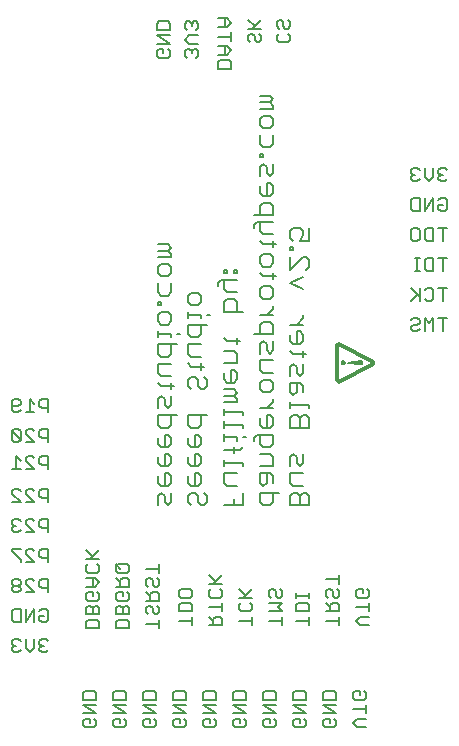
<source format=gbo>
G75*
G70*
%OFA0B0*%
%FSLAX24Y24*%
%IPPOS*%
%LPD*%
%AMOC8*
5,1,8,0,0,1.08239X$1,22.5*
%
%ADD10C,0.0060*%
%ADD11C,0.0080*%
%ADD12C,0.0050*%
%ADD13C,0.0120*%
D10*
X002312Y002881D02*
X002459Y002881D01*
X002532Y002955D01*
X002699Y003028D02*
X002699Y003322D01*
X002532Y003248D02*
X002459Y003322D01*
X002312Y003322D01*
X002239Y003248D01*
X002239Y003175D01*
X002312Y003101D01*
X002239Y003028D01*
X002239Y002955D01*
X002312Y002881D01*
X002312Y003101D02*
X002386Y003101D01*
X002699Y003028D02*
X002846Y002881D01*
X002993Y003028D01*
X002993Y003322D01*
X003159Y003248D02*
X003159Y003175D01*
X003233Y003101D01*
X003159Y003028D01*
X003159Y002955D01*
X003233Y002881D01*
X003380Y002881D01*
X003453Y002955D01*
X003306Y003101D02*
X003233Y003101D01*
X003159Y003248D02*
X003233Y003322D01*
X003380Y003322D01*
X003453Y003248D01*
X003380Y003881D02*
X003233Y003881D01*
X003159Y003955D01*
X003159Y004101D01*
X003306Y004101D01*
X003453Y004248D02*
X003453Y003955D01*
X003380Y003881D01*
X003453Y004248D02*
X003380Y004322D01*
X003233Y004322D01*
X003159Y004248D01*
X002993Y004322D02*
X002993Y003881D01*
X002699Y003881D02*
X002993Y004322D01*
X002699Y004322D02*
X002699Y003881D01*
X002532Y003881D02*
X002532Y004322D01*
X002312Y004322D01*
X002239Y004248D01*
X002239Y003955D01*
X002312Y003881D01*
X002532Y003881D01*
X002459Y004881D02*
X002312Y004881D01*
X002239Y004955D01*
X002239Y005028D01*
X002312Y005101D01*
X002459Y005101D01*
X002532Y005175D01*
X002532Y005248D01*
X002459Y005322D01*
X002312Y005322D01*
X002239Y005248D01*
X002239Y005175D01*
X002312Y005101D01*
X002459Y005101D02*
X002532Y005028D01*
X002532Y004955D01*
X002459Y004881D01*
X002699Y004881D02*
X002993Y004881D01*
X002699Y005175D01*
X002699Y005248D01*
X002772Y005322D01*
X002919Y005322D01*
X002993Y005248D01*
X003159Y005248D02*
X003159Y005101D01*
X003233Y005028D01*
X003453Y005028D01*
X003453Y004881D02*
X003453Y005322D01*
X003233Y005322D01*
X003159Y005248D01*
X002993Y005881D02*
X002699Y006175D01*
X002699Y006248D01*
X002772Y006322D01*
X002919Y006322D01*
X002993Y006248D01*
X003159Y006248D02*
X003159Y006101D01*
X003233Y006028D01*
X003453Y006028D01*
X003453Y005881D02*
X003453Y006322D01*
X003233Y006322D01*
X003159Y006248D01*
X002993Y005881D02*
X002699Y005881D01*
X002532Y005881D02*
X002532Y005955D01*
X002239Y006248D01*
X002239Y006322D01*
X002532Y006322D01*
X002459Y006881D02*
X002312Y006881D01*
X002239Y006955D01*
X002239Y007028D01*
X002312Y007101D01*
X002386Y007101D01*
X002312Y007101D02*
X002239Y007175D01*
X002239Y007248D01*
X002312Y007322D01*
X002459Y007322D01*
X002532Y007248D01*
X002699Y007248D02*
X002699Y007175D01*
X002993Y006881D01*
X002699Y006881D01*
X002532Y006955D02*
X002459Y006881D01*
X002699Y007248D02*
X002772Y007322D01*
X002919Y007322D01*
X002993Y007248D01*
X003159Y007248D02*
X003159Y007101D01*
X003233Y007028D01*
X003453Y007028D01*
X003453Y006881D02*
X003453Y007322D01*
X003233Y007322D01*
X003159Y007248D01*
X002993Y007881D02*
X002699Y008175D01*
X002699Y008248D01*
X002772Y008322D01*
X002919Y008322D01*
X002993Y008248D01*
X003159Y008248D02*
X003233Y008322D01*
X003453Y008322D01*
X003453Y007881D01*
X003453Y008028D02*
X003233Y008028D01*
X003159Y008101D01*
X003159Y008248D01*
X002993Y007881D02*
X002699Y007881D01*
X002532Y007881D02*
X002239Y008175D01*
X002239Y008248D01*
X002312Y008322D01*
X002459Y008322D01*
X002532Y008248D01*
X002532Y007881D02*
X002239Y007881D01*
X002239Y008981D02*
X002532Y008981D01*
X002386Y008981D02*
X002386Y009422D01*
X002532Y009275D01*
X002699Y009275D02*
X002699Y009348D01*
X002772Y009422D01*
X002919Y009422D01*
X002993Y009348D01*
X003159Y009348D02*
X003159Y009201D01*
X003233Y009128D01*
X003453Y009128D01*
X003453Y008981D02*
X003453Y009422D01*
X003233Y009422D01*
X003159Y009348D01*
X002993Y008981D02*
X002699Y009275D01*
X002699Y008981D02*
X002993Y008981D01*
X002993Y009881D02*
X002699Y009881D01*
X002532Y009955D02*
X002532Y010248D01*
X002459Y010322D01*
X002312Y010322D01*
X002239Y010248D01*
X002532Y009955D01*
X002459Y009881D01*
X002312Y009881D01*
X002239Y009955D01*
X002239Y010248D01*
X002699Y010248D02*
X002772Y010322D01*
X002919Y010322D01*
X002993Y010248D01*
X003159Y010248D02*
X003233Y010322D01*
X003453Y010322D01*
X003453Y009881D01*
X003453Y010028D02*
X003233Y010028D01*
X003159Y010101D01*
X003159Y010248D01*
X002993Y009881D02*
X002699Y010175D01*
X002699Y010248D01*
X002699Y010881D02*
X002993Y010881D01*
X002846Y010881D02*
X002846Y011322D01*
X002993Y011175D01*
X003159Y011248D02*
X003159Y011101D01*
X003233Y011028D01*
X003453Y011028D01*
X003453Y010881D02*
X003453Y011322D01*
X003233Y011322D01*
X003159Y011248D01*
X002532Y011248D02*
X002532Y011175D01*
X002459Y011101D01*
X002239Y011101D01*
X002239Y010955D02*
X002239Y011248D01*
X002312Y011322D01*
X002459Y011322D01*
X002532Y011248D01*
X002532Y010955D02*
X002459Y010881D01*
X002312Y010881D01*
X002239Y010955D01*
X004713Y006277D02*
X004933Y006056D01*
X004860Y005983D02*
X005153Y006277D01*
X005153Y005983D02*
X004713Y005983D01*
X004786Y005816D02*
X004713Y005743D01*
X004713Y005596D01*
X004786Y005523D01*
X005080Y005523D01*
X005153Y005596D01*
X005153Y005743D01*
X005080Y005816D01*
X005007Y005356D02*
X004713Y005356D01*
X004933Y005356D02*
X004933Y005062D01*
X005007Y005062D02*
X005153Y005209D01*
X005007Y005356D01*
X005007Y005062D02*
X004713Y005062D01*
X004786Y004895D02*
X004933Y004895D01*
X004933Y004749D01*
X004786Y004895D02*
X004713Y004822D01*
X004713Y004675D01*
X004786Y004602D01*
X005080Y004602D01*
X005153Y004675D01*
X005153Y004822D01*
X005080Y004895D01*
X005080Y004435D02*
X005007Y004435D01*
X004933Y004362D01*
X004933Y004142D01*
X004933Y004362D02*
X004860Y004435D01*
X004786Y004435D01*
X004713Y004362D01*
X004713Y004142D01*
X005153Y004142D01*
X005153Y004362D01*
X005080Y004435D01*
X005080Y003975D02*
X004786Y003975D01*
X004713Y003901D01*
X004713Y003681D01*
X005153Y003681D01*
X005153Y003901D01*
X005080Y003975D01*
X005713Y003901D02*
X005713Y003681D01*
X006153Y003681D01*
X006153Y003901D01*
X006080Y003975D01*
X005786Y003975D01*
X005713Y003901D01*
X005713Y004142D02*
X005713Y004362D01*
X005786Y004435D01*
X005860Y004435D01*
X005933Y004362D01*
X005933Y004142D01*
X005933Y004362D02*
X006007Y004435D01*
X006080Y004435D01*
X006153Y004362D01*
X006153Y004142D01*
X005713Y004142D01*
X005786Y004602D02*
X005713Y004675D01*
X005713Y004822D01*
X005786Y004895D01*
X005933Y004895D01*
X005933Y004749D01*
X006080Y004895D02*
X006153Y004822D01*
X006153Y004675D01*
X006080Y004602D01*
X005786Y004602D01*
X005713Y005062D02*
X006153Y005062D01*
X006153Y005282D01*
X006080Y005356D01*
X005933Y005356D01*
X005860Y005282D01*
X005860Y005062D01*
X005860Y005209D02*
X005713Y005356D01*
X005786Y005523D02*
X005713Y005596D01*
X005713Y005743D01*
X005786Y005816D01*
X006080Y005816D01*
X006153Y005743D01*
X006153Y005596D01*
X006080Y005523D01*
X005786Y005523D01*
X005860Y005669D02*
X005713Y005816D01*
X006713Y005669D02*
X007153Y005669D01*
X007153Y005523D02*
X007153Y005816D01*
X007080Y005356D02*
X007153Y005282D01*
X007153Y005136D01*
X007080Y005062D01*
X007007Y005062D01*
X006933Y005136D01*
X006933Y005282D01*
X006860Y005356D01*
X006786Y005356D01*
X006713Y005282D01*
X006713Y005136D01*
X006786Y005062D01*
X006713Y004895D02*
X006860Y004749D01*
X006860Y004822D02*
X006860Y004602D01*
X006713Y004602D02*
X007153Y004602D01*
X007153Y004822D01*
X007080Y004895D01*
X006933Y004895D01*
X006860Y004822D01*
X006860Y004435D02*
X006786Y004435D01*
X006713Y004362D01*
X006713Y004215D01*
X006786Y004142D01*
X006933Y004215D02*
X006933Y004362D01*
X006860Y004435D01*
X007080Y004435D02*
X007153Y004362D01*
X007153Y004215D01*
X007080Y004142D01*
X007007Y004142D01*
X006933Y004215D01*
X007153Y003975D02*
X007153Y003681D01*
X007153Y003828D02*
X006713Y003828D01*
X007813Y003928D02*
X008253Y003928D01*
X008253Y003781D02*
X008253Y004075D01*
X008253Y004242D02*
X008253Y004462D01*
X008180Y004535D01*
X007886Y004535D01*
X007813Y004462D01*
X007813Y004242D01*
X008253Y004242D01*
X008180Y004702D02*
X007886Y004702D01*
X007813Y004775D01*
X007813Y004922D01*
X007886Y004995D01*
X008180Y004995D01*
X008253Y004922D01*
X008253Y004775D01*
X008180Y004702D01*
X008813Y004775D02*
X008813Y004922D01*
X008886Y004995D01*
X008813Y005162D02*
X009253Y005162D01*
X009180Y004995D02*
X009253Y004922D01*
X009253Y004775D01*
X009180Y004702D01*
X008886Y004702D01*
X008813Y004775D01*
X008813Y004388D02*
X009253Y004388D01*
X009253Y004242D02*
X009253Y004535D01*
X009180Y004075D02*
X009033Y004075D01*
X008960Y004001D01*
X008960Y003781D01*
X008960Y003928D02*
X008813Y004075D01*
X008813Y003781D02*
X009253Y003781D01*
X009253Y004001D01*
X009180Y004075D01*
X009813Y003928D02*
X010253Y003928D01*
X010253Y003781D02*
X010253Y004075D01*
X010180Y004242D02*
X009886Y004242D01*
X009813Y004315D01*
X009813Y004462D01*
X009886Y004535D01*
X009813Y004702D02*
X010253Y004702D01*
X010180Y004535D02*
X010253Y004462D01*
X010253Y004315D01*
X010180Y004242D01*
X009960Y004702D02*
X010253Y004995D01*
X010033Y004775D02*
X009813Y004995D01*
X009253Y005456D02*
X008960Y005162D01*
X009033Y005236D02*
X008813Y005456D01*
X010813Y004922D02*
X010813Y004775D01*
X010886Y004702D01*
X011033Y004775D02*
X011033Y004922D01*
X010960Y004995D01*
X010886Y004995D01*
X010813Y004922D01*
X011033Y004775D02*
X011107Y004702D01*
X011180Y004702D01*
X011253Y004775D01*
X011253Y004922D01*
X011180Y004995D01*
X011253Y004535D02*
X010813Y004535D01*
X010813Y004242D02*
X011253Y004242D01*
X011107Y004388D01*
X011253Y004535D01*
X011253Y004075D02*
X011253Y003781D01*
X011253Y003928D02*
X010813Y003928D01*
X011713Y003928D02*
X012153Y003928D01*
X012153Y003781D02*
X012153Y004075D01*
X012153Y004242D02*
X012153Y004462D01*
X012080Y004535D01*
X011786Y004535D01*
X011713Y004462D01*
X011713Y004242D01*
X012153Y004242D01*
X012153Y004702D02*
X012153Y004849D01*
X012153Y004775D02*
X011713Y004775D01*
X011713Y004702D02*
X011713Y004849D01*
X012713Y004922D02*
X012713Y004775D01*
X012786Y004702D01*
X012933Y004775D02*
X012933Y004922D01*
X012860Y004995D01*
X012786Y004995D01*
X012713Y004922D01*
X012933Y004775D02*
X013007Y004702D01*
X013080Y004702D01*
X013153Y004775D01*
X013153Y004922D01*
X013080Y004995D01*
X013153Y005162D02*
X013153Y005456D01*
X013153Y005309D02*
X012713Y005309D01*
X012713Y004535D02*
X012860Y004388D01*
X012860Y004462D02*
X012860Y004242D01*
X012713Y004242D02*
X013153Y004242D01*
X013153Y004462D01*
X013080Y004535D01*
X012933Y004535D01*
X012860Y004462D01*
X013153Y004075D02*
X013153Y003781D01*
X013153Y003928D02*
X012713Y003928D01*
X013713Y003928D02*
X013860Y004075D01*
X014153Y004075D01*
X014153Y004242D02*
X014153Y004535D01*
X014153Y004388D02*
X013713Y004388D01*
X013786Y004702D02*
X013713Y004775D01*
X013713Y004922D01*
X013786Y004995D01*
X013933Y004995D01*
X013933Y004849D01*
X014080Y004995D02*
X014153Y004922D01*
X014153Y004775D01*
X014080Y004702D01*
X013786Y004702D01*
X013713Y003928D02*
X013860Y003781D01*
X014153Y003781D01*
X013980Y001595D02*
X014053Y001522D01*
X014053Y001375D01*
X013980Y001302D01*
X013686Y001302D01*
X013613Y001375D01*
X013613Y001522D01*
X013686Y001595D01*
X013833Y001595D01*
X013833Y001449D01*
X014053Y001135D02*
X014053Y000842D01*
X014053Y000988D02*
X013613Y000988D01*
X013760Y000675D02*
X013613Y000528D01*
X013760Y000381D01*
X014053Y000381D01*
X014053Y000675D02*
X013760Y000675D01*
X013053Y000601D02*
X013053Y000455D01*
X012980Y000381D01*
X012686Y000381D01*
X012613Y000455D01*
X012613Y000601D01*
X012686Y000675D01*
X012833Y000675D01*
X012833Y000528D01*
X012980Y000675D02*
X013053Y000601D01*
X013053Y000842D02*
X012613Y001135D01*
X013053Y001135D01*
X013053Y001302D02*
X013053Y001522D01*
X012980Y001595D01*
X012686Y001595D01*
X012613Y001522D01*
X012613Y001302D01*
X013053Y001302D01*
X013053Y000842D02*
X012613Y000842D01*
X012053Y000842D02*
X011613Y001135D01*
X012053Y001135D01*
X012053Y001302D02*
X012053Y001522D01*
X011980Y001595D01*
X011686Y001595D01*
X011613Y001522D01*
X011613Y001302D01*
X012053Y001302D01*
X012053Y000842D02*
X011613Y000842D01*
X011686Y000675D02*
X011613Y000601D01*
X011613Y000455D01*
X011686Y000381D01*
X011980Y000381D01*
X012053Y000455D01*
X012053Y000601D01*
X011980Y000675D01*
X011833Y000675D02*
X011833Y000528D01*
X011833Y000675D02*
X011686Y000675D01*
X011053Y000601D02*
X011053Y000455D01*
X010980Y000381D01*
X010686Y000381D01*
X010613Y000455D01*
X010613Y000601D01*
X010686Y000675D01*
X010833Y000675D01*
X010833Y000528D01*
X010980Y000675D02*
X011053Y000601D01*
X011053Y000842D02*
X010613Y001135D01*
X011053Y001135D01*
X011053Y001302D02*
X011053Y001522D01*
X010980Y001595D01*
X010686Y001595D01*
X010613Y001522D01*
X010613Y001302D01*
X011053Y001302D01*
X011053Y000842D02*
X010613Y000842D01*
X010053Y000842D02*
X009613Y001135D01*
X010053Y001135D01*
X010053Y001302D02*
X010053Y001522D01*
X009980Y001595D01*
X009686Y001595D01*
X009613Y001522D01*
X009613Y001302D01*
X010053Y001302D01*
X010053Y000842D02*
X009613Y000842D01*
X009686Y000675D02*
X009613Y000601D01*
X009613Y000455D01*
X009686Y000381D01*
X009980Y000381D01*
X010053Y000455D01*
X010053Y000601D01*
X009980Y000675D01*
X009833Y000675D02*
X009833Y000528D01*
X009833Y000675D02*
X009686Y000675D01*
X009053Y000601D02*
X009053Y000455D01*
X008980Y000381D01*
X008686Y000381D01*
X008613Y000455D01*
X008613Y000601D01*
X008686Y000675D01*
X008833Y000675D01*
X008833Y000528D01*
X008980Y000675D02*
X009053Y000601D01*
X009053Y000842D02*
X008613Y001135D01*
X009053Y001135D01*
X009053Y001302D02*
X009053Y001522D01*
X008980Y001595D01*
X008686Y001595D01*
X008613Y001522D01*
X008613Y001302D01*
X009053Y001302D01*
X009053Y000842D02*
X008613Y000842D01*
X008053Y000842D02*
X007613Y001135D01*
X008053Y001135D01*
X008053Y001302D02*
X008053Y001522D01*
X007980Y001595D01*
X007686Y001595D01*
X007613Y001522D01*
X007613Y001302D01*
X008053Y001302D01*
X008053Y000842D02*
X007613Y000842D01*
X007686Y000675D02*
X007833Y000675D01*
X007833Y000528D01*
X007686Y000675D02*
X007613Y000601D01*
X007613Y000455D01*
X007686Y000381D01*
X007980Y000381D01*
X008053Y000455D01*
X008053Y000601D01*
X007980Y000675D01*
X007053Y000601D02*
X007053Y000455D01*
X006980Y000381D01*
X006686Y000381D01*
X006613Y000455D01*
X006613Y000601D01*
X006686Y000675D01*
X006833Y000675D01*
X006833Y000528D01*
X006980Y000675D02*
X007053Y000601D01*
X007053Y000842D02*
X006613Y001135D01*
X007053Y001135D01*
X007053Y001302D02*
X007053Y001522D01*
X006980Y001595D01*
X006686Y001595D01*
X006613Y001522D01*
X006613Y001302D01*
X007053Y001302D01*
X007053Y000842D02*
X006613Y000842D01*
X006053Y000842D02*
X005613Y001135D01*
X006053Y001135D01*
X006053Y001302D02*
X006053Y001522D01*
X005980Y001595D01*
X005686Y001595D01*
X005613Y001522D01*
X005613Y001302D01*
X006053Y001302D01*
X006053Y000842D02*
X005613Y000842D01*
X005686Y000675D02*
X005833Y000675D01*
X005833Y000528D01*
X005686Y000675D02*
X005613Y000601D01*
X005613Y000455D01*
X005686Y000381D01*
X005980Y000381D01*
X006053Y000455D01*
X006053Y000601D01*
X005980Y000675D01*
X005053Y000601D02*
X005053Y000455D01*
X004980Y000381D01*
X004686Y000381D01*
X004613Y000455D01*
X004613Y000601D01*
X004686Y000675D01*
X004833Y000675D01*
X004833Y000528D01*
X004980Y000675D02*
X005053Y000601D01*
X005053Y000842D02*
X004613Y001135D01*
X005053Y001135D01*
X005053Y001302D02*
X005053Y001522D01*
X004980Y001595D01*
X004686Y001595D01*
X004613Y001522D01*
X004613Y001302D01*
X005053Y001302D01*
X005053Y000842D02*
X004613Y000842D01*
X015612Y013581D02*
X015539Y013655D01*
X015539Y013728D01*
X015612Y013801D01*
X015759Y013801D01*
X015832Y013875D01*
X015832Y013948D01*
X015759Y014022D01*
X015612Y014022D01*
X015539Y013948D01*
X015612Y013581D02*
X015759Y013581D01*
X015832Y013655D01*
X015999Y013581D02*
X015999Y014022D01*
X016146Y013875D01*
X016293Y014022D01*
X016293Y013581D01*
X016606Y013581D02*
X016606Y014022D01*
X016753Y014022D02*
X016459Y014022D01*
X016606Y014581D02*
X016606Y015022D01*
X016753Y015022D02*
X016459Y015022D01*
X016293Y014948D02*
X016293Y014655D01*
X016219Y014581D01*
X016072Y014581D01*
X015999Y014655D01*
X015832Y014728D02*
X015539Y015022D01*
X015832Y015022D02*
X015832Y014581D01*
X015759Y014801D02*
X015539Y014581D01*
X015999Y014948D02*
X016072Y015022D01*
X016219Y015022D01*
X016293Y014948D01*
X016293Y015581D02*
X016072Y015581D01*
X015999Y015655D01*
X015999Y015948D01*
X016072Y016022D01*
X016293Y016022D01*
X016293Y015581D01*
X016606Y015581D02*
X016606Y016022D01*
X016753Y016022D02*
X016459Y016022D01*
X016606Y016581D02*
X016606Y017022D01*
X016753Y017022D02*
X016459Y017022D01*
X016293Y017022D02*
X016293Y016581D01*
X016072Y016581D01*
X015999Y016655D01*
X015999Y016948D01*
X016072Y017022D01*
X016293Y017022D01*
X015832Y016948D02*
X015832Y016655D01*
X015759Y016581D01*
X015612Y016581D01*
X015539Y016655D01*
X015539Y016948D01*
X015612Y017022D01*
X015759Y017022D01*
X015832Y016948D01*
X015832Y017581D02*
X015612Y017581D01*
X015539Y017655D01*
X015539Y017948D01*
X015612Y018022D01*
X015832Y018022D01*
X015832Y017581D01*
X015999Y017581D02*
X015999Y018022D01*
X016293Y018022D02*
X015999Y017581D01*
X016293Y017581D02*
X016293Y018022D01*
X016459Y017948D02*
X016533Y018022D01*
X016680Y018022D01*
X016753Y017948D01*
X016753Y017655D01*
X016680Y017581D01*
X016533Y017581D01*
X016459Y017655D01*
X016459Y017801D01*
X016606Y017801D01*
X016533Y018581D02*
X016459Y018655D01*
X016459Y018728D01*
X016533Y018801D01*
X016606Y018801D01*
X016533Y018801D02*
X016459Y018875D01*
X016459Y018948D01*
X016533Y019022D01*
X016680Y019022D01*
X016753Y018948D01*
X016753Y018655D02*
X016680Y018581D01*
X016533Y018581D01*
X016293Y018728D02*
X016146Y018581D01*
X015999Y018728D01*
X015999Y019022D01*
X015832Y018948D02*
X015759Y019022D01*
X015612Y019022D01*
X015539Y018948D01*
X015539Y018875D01*
X015612Y018801D01*
X015539Y018728D01*
X015539Y018655D01*
X015612Y018581D01*
X015759Y018581D01*
X015832Y018655D01*
X015686Y018801D02*
X015612Y018801D01*
X016293Y018728D02*
X016293Y019022D01*
X015832Y016022D02*
X015686Y016022D01*
X015759Y016022D02*
X015759Y015581D01*
X015832Y015581D02*
X015686Y015581D01*
X011430Y023210D02*
X011136Y023210D01*
X011063Y023284D01*
X011063Y023431D01*
X011136Y023504D01*
X011136Y023671D02*
X011063Y023744D01*
X011063Y023891D01*
X011136Y023964D01*
X011210Y023964D01*
X011283Y023891D01*
X011283Y023744D01*
X011357Y023671D01*
X011430Y023671D01*
X011503Y023744D01*
X011503Y023891D01*
X011430Y023964D01*
X011430Y023504D02*
X011503Y023431D01*
X011503Y023284D01*
X011430Y023210D01*
X010553Y023284D02*
X010480Y023210D01*
X010407Y023210D01*
X010333Y023284D01*
X010333Y023431D01*
X010260Y023504D01*
X010186Y023504D01*
X010113Y023431D01*
X010113Y023284D01*
X010186Y023210D01*
X010553Y023284D02*
X010553Y023431D01*
X010480Y023504D01*
X010553Y023671D02*
X010113Y023671D01*
X010260Y023671D02*
X010553Y023964D01*
X010333Y023744D02*
X010113Y023964D01*
X009553Y023867D02*
X009407Y024014D01*
X009113Y024014D01*
X009333Y024014D02*
X009333Y023721D01*
X009407Y023721D02*
X009553Y023867D01*
X009407Y023721D02*
X009113Y023721D01*
X009113Y023407D02*
X009553Y023407D01*
X009553Y023260D02*
X009553Y023554D01*
X009407Y023094D02*
X009113Y023094D01*
X009333Y023094D02*
X009333Y022800D01*
X009407Y022800D02*
X009553Y022947D01*
X009407Y023094D01*
X009407Y022800D02*
X009113Y022800D01*
X009186Y022633D02*
X009480Y022633D01*
X009553Y022560D01*
X009553Y022340D01*
X009113Y022340D01*
X009113Y022560D01*
X009186Y022633D01*
X008453Y022773D02*
X008380Y022700D01*
X008453Y022773D02*
X008453Y022920D01*
X008380Y022994D01*
X008307Y022994D01*
X008233Y022920D01*
X008160Y022994D01*
X008086Y022994D01*
X008013Y022920D01*
X008013Y022773D01*
X008086Y022700D01*
X008233Y022847D02*
X008233Y022920D01*
X008160Y023160D02*
X008013Y023307D01*
X008160Y023454D01*
X008453Y023454D01*
X008380Y023621D02*
X008453Y023694D01*
X008453Y023841D01*
X008380Y023914D01*
X008307Y023914D01*
X008233Y023841D01*
X008160Y023914D01*
X008086Y023914D01*
X008013Y023841D01*
X008013Y023694D01*
X008086Y023621D01*
X008233Y023768D02*
X008233Y023841D01*
X008160Y023160D02*
X008453Y023160D01*
X007503Y023160D02*
X007063Y023454D01*
X007503Y023454D01*
X007503Y023621D02*
X007503Y023841D01*
X007430Y023914D01*
X007136Y023914D01*
X007063Y023841D01*
X007063Y023621D01*
X007503Y023621D01*
X007503Y023160D02*
X007063Y023160D01*
X007136Y022994D02*
X007283Y022994D01*
X007283Y022847D01*
X007136Y022994D02*
X007063Y022920D01*
X007063Y022773D01*
X007136Y022700D01*
X007430Y022700D01*
X007503Y022773D01*
X007503Y022920D01*
X007430Y022994D01*
D11*
X010523Y021418D02*
X010833Y021418D01*
X010937Y021314D01*
X010833Y021211D01*
X010523Y021211D01*
X010523Y021004D02*
X010937Y021004D01*
X010937Y021107D01*
X010833Y021211D01*
X010833Y020773D02*
X010626Y020773D01*
X010523Y020670D01*
X010523Y020463D01*
X010626Y020359D01*
X010833Y020359D01*
X010937Y020463D01*
X010937Y020670D01*
X010833Y020773D01*
X010937Y020129D02*
X010937Y019818D01*
X010833Y019715D01*
X010626Y019715D01*
X010523Y019818D01*
X010523Y020129D01*
X010523Y019496D02*
X010523Y019393D01*
X010626Y019393D01*
X010626Y019496D01*
X010523Y019496D01*
X010626Y019162D02*
X010730Y019058D01*
X010730Y018851D01*
X010833Y018748D01*
X010937Y018851D01*
X010937Y019162D01*
X010626Y019162D02*
X010523Y019058D01*
X010523Y018748D01*
X010730Y018517D02*
X010730Y018104D01*
X010833Y018104D02*
X010626Y018104D01*
X010523Y018207D01*
X010523Y018414D01*
X010730Y018517D02*
X010833Y018517D01*
X010937Y018414D01*
X010937Y018207D01*
X010833Y018104D01*
X010833Y017873D02*
X010626Y017873D01*
X010523Y017769D01*
X010523Y017459D01*
X010316Y017459D02*
X010937Y017459D01*
X010937Y017769D01*
X010833Y017873D01*
X010937Y017228D02*
X010420Y017228D01*
X010316Y017125D01*
X010316Y017021D01*
X010523Y016918D02*
X010523Y017228D01*
X010523Y016918D02*
X010626Y016815D01*
X010937Y016815D01*
X010937Y016592D02*
X010937Y016385D01*
X011040Y016488D02*
X010626Y016488D01*
X010523Y016592D01*
X010626Y016154D02*
X010523Y016051D01*
X010523Y015844D01*
X010626Y015740D01*
X010833Y015740D01*
X010937Y015844D01*
X010937Y016051D01*
X010833Y016154D01*
X010626Y016154D01*
X010523Y015517D02*
X010626Y015414D01*
X011040Y015414D01*
X010937Y015311D02*
X010937Y015517D01*
X010833Y015080D02*
X010626Y015080D01*
X010523Y014976D01*
X010523Y014769D01*
X010626Y014666D01*
X010833Y014666D01*
X010937Y014769D01*
X010937Y014976D01*
X010833Y015080D01*
X010937Y014439D02*
X010937Y014336D01*
X010730Y014129D01*
X010523Y014129D02*
X010937Y014129D01*
X010833Y013898D02*
X010626Y013898D01*
X010523Y013795D01*
X010523Y013484D01*
X010316Y013484D02*
X010937Y013484D01*
X010937Y013795D01*
X010833Y013898D01*
X010937Y013254D02*
X010937Y012943D01*
X010833Y012840D01*
X010730Y012943D01*
X010730Y013150D01*
X010626Y013254D01*
X010523Y013150D01*
X010523Y012840D01*
X010523Y012609D02*
X010937Y012609D01*
X010937Y012195D02*
X010626Y012195D01*
X010523Y012299D01*
X010523Y012609D01*
X010626Y011965D02*
X010833Y011965D01*
X010937Y011861D01*
X010937Y011654D01*
X010833Y011551D01*
X010626Y011551D01*
X010523Y011654D01*
X010523Y011861D01*
X010626Y011965D01*
X010937Y011324D02*
X010937Y011221D01*
X010730Y011014D01*
X010523Y011014D02*
X010937Y011014D01*
X010833Y010783D02*
X010730Y010783D01*
X010730Y010369D01*
X010833Y010369D02*
X010626Y010369D01*
X010523Y010473D01*
X010523Y010680D01*
X010833Y010783D02*
X010937Y010680D01*
X010937Y010473D01*
X010833Y010369D01*
X010937Y010138D02*
X010937Y009828D01*
X010833Y009725D01*
X010626Y009725D01*
X010523Y009828D01*
X010523Y010138D01*
X010420Y010138D02*
X010937Y010138D01*
X010420Y010138D02*
X010316Y010035D01*
X010316Y009932D01*
X010047Y010043D02*
X009944Y010043D01*
X009737Y010043D02*
X009323Y010043D01*
X009323Y009940D02*
X009323Y010146D01*
X009323Y010369D02*
X009323Y010576D01*
X009323Y010473D02*
X009944Y010473D01*
X009944Y010369D01*
X009944Y010799D02*
X009944Y010902D01*
X009323Y010902D01*
X009323Y010799D02*
X009323Y011006D01*
X009323Y011229D02*
X009737Y011229D01*
X009737Y011332D01*
X009633Y011435D01*
X009737Y011539D01*
X009633Y011642D01*
X009323Y011642D01*
X009323Y011435D02*
X009633Y011435D01*
X009633Y011873D02*
X009426Y011873D01*
X009323Y011977D01*
X009323Y012183D01*
X009530Y012287D02*
X009530Y011873D01*
X009633Y011873D02*
X009737Y011977D01*
X009737Y012183D01*
X009633Y012287D01*
X009530Y012287D01*
X009323Y012518D02*
X009737Y012518D01*
X009737Y012828D01*
X009633Y012931D01*
X009323Y012931D01*
X009426Y013266D02*
X009323Y013369D01*
X009426Y013266D02*
X009840Y013266D01*
X009737Y013369D02*
X009737Y013162D01*
X009737Y014236D02*
X009737Y014547D01*
X009633Y014650D01*
X009426Y014650D01*
X009323Y014547D01*
X009323Y014236D01*
X009944Y014236D01*
X009737Y014881D02*
X009426Y014881D01*
X009323Y014984D01*
X009323Y015295D01*
X009220Y015295D02*
X009116Y015191D01*
X009116Y015088D01*
X009220Y015295D02*
X009737Y015295D01*
X009737Y015526D02*
X009633Y015526D01*
X009633Y015629D01*
X009737Y015629D01*
X009737Y015526D01*
X009426Y015526D02*
X009323Y015526D01*
X009323Y015629D01*
X009426Y015629D01*
X009426Y015526D01*
X008537Y014762D02*
X008537Y014555D01*
X008433Y014451D01*
X008226Y014451D01*
X008123Y014555D01*
X008123Y014762D01*
X008226Y014865D01*
X008433Y014865D01*
X008537Y014762D01*
X008537Y014125D02*
X008123Y014125D01*
X008123Y014022D02*
X008123Y014228D01*
X008123Y013791D02*
X008123Y013480D01*
X008226Y013377D01*
X008433Y013377D01*
X008537Y013480D01*
X008537Y013791D01*
X008744Y013791D02*
X008123Y013791D01*
X007847Y013480D02*
X007744Y013480D01*
X007537Y013480D02*
X007537Y013377D01*
X007537Y013480D02*
X007123Y013480D01*
X007123Y013377D02*
X007123Y013584D01*
X007226Y013807D02*
X007123Y013910D01*
X007123Y014117D01*
X007226Y014220D01*
X007433Y014220D01*
X007537Y014117D01*
X007537Y013910D01*
X007433Y013807D01*
X007226Y013807D01*
X007226Y014451D02*
X007226Y014555D01*
X007123Y014555D01*
X007123Y014451D01*
X007226Y014451D01*
X007226Y014774D02*
X007123Y014877D01*
X007123Y015187D01*
X007226Y015418D02*
X007123Y015521D01*
X007123Y015728D01*
X007226Y015832D01*
X007433Y015832D01*
X007537Y015728D01*
X007537Y015521D01*
X007433Y015418D01*
X007226Y015418D01*
X007537Y015187D02*
X007537Y014877D01*
X007433Y014774D01*
X007226Y014774D01*
X007123Y016063D02*
X007537Y016063D01*
X007537Y016166D01*
X007433Y016269D01*
X007537Y016373D01*
X007433Y016476D01*
X007123Y016476D01*
X007123Y016269D02*
X007433Y016269D01*
X008537Y014125D02*
X008537Y014022D01*
X008744Y014125D02*
X008847Y014125D01*
X008537Y013146D02*
X008123Y013146D01*
X008123Y012836D01*
X008226Y012733D01*
X008537Y012733D01*
X008537Y012510D02*
X008537Y012303D01*
X008640Y012406D02*
X008226Y012406D01*
X008123Y012510D01*
X008226Y012072D02*
X008123Y011969D01*
X008123Y011762D01*
X008226Y011658D01*
X008433Y011762D02*
X008433Y011969D01*
X008330Y012072D01*
X008226Y012072D01*
X008433Y011762D02*
X008537Y011658D01*
X008640Y011658D01*
X008744Y011762D01*
X008744Y011969D01*
X008640Y012072D01*
X007640Y011762D02*
X007226Y011762D01*
X007123Y011865D01*
X007226Y012088D02*
X007123Y012191D01*
X007123Y012502D01*
X007537Y012502D01*
X007433Y012733D02*
X007537Y012836D01*
X007537Y013146D01*
X007744Y013146D02*
X007123Y013146D01*
X007123Y012836D01*
X007226Y012733D01*
X007433Y012733D01*
X007537Y012088D02*
X007226Y012088D01*
X007537Y011865D02*
X007537Y011658D01*
X007537Y011427D02*
X007537Y011117D01*
X007433Y011014D01*
X007330Y011117D01*
X007330Y011324D01*
X007226Y011427D01*
X007123Y011324D01*
X007123Y011014D01*
X007123Y010783D02*
X007123Y010473D01*
X007226Y010369D01*
X007433Y010369D01*
X007537Y010473D01*
X007537Y010783D01*
X007744Y010783D02*
X007123Y010783D01*
X007330Y010138D02*
X007330Y009725D01*
X007433Y009725D02*
X007537Y009828D01*
X007537Y010035D01*
X007433Y010138D01*
X007330Y010138D01*
X007123Y010035D02*
X007123Y009828D01*
X007226Y009725D01*
X007433Y009725D01*
X007433Y009494D02*
X007330Y009494D01*
X007330Y009080D01*
X007433Y009080D02*
X007226Y009080D01*
X007123Y009184D01*
X007123Y009390D01*
X007433Y009494D02*
X007537Y009390D01*
X007537Y009184D01*
X007433Y009080D01*
X007433Y008849D02*
X007330Y008849D01*
X007330Y008436D01*
X007433Y008436D02*
X007537Y008539D01*
X007537Y008746D01*
X007433Y008849D01*
X007123Y008746D02*
X007123Y008539D01*
X007226Y008436D01*
X007433Y008436D01*
X007537Y008205D02*
X007537Y007895D01*
X007433Y007791D01*
X007330Y007895D01*
X007330Y008101D01*
X007226Y008205D01*
X007123Y008101D01*
X007123Y007791D01*
X008123Y007895D02*
X008226Y007791D01*
X008123Y007895D02*
X008123Y008101D01*
X008226Y008205D01*
X008330Y008205D01*
X008433Y008101D01*
X008433Y007895D01*
X008537Y007791D01*
X008640Y007791D01*
X008744Y007895D01*
X008744Y008101D01*
X008640Y008205D01*
X008433Y008436D02*
X008537Y008539D01*
X008537Y008746D01*
X008433Y008849D01*
X008330Y008849D01*
X008330Y008436D01*
X008433Y008436D02*
X008226Y008436D01*
X008123Y008539D01*
X008123Y008746D01*
X008226Y009080D02*
X008123Y009184D01*
X008123Y009390D01*
X008330Y009494D02*
X008330Y009080D01*
X008433Y009080D02*
X008226Y009080D01*
X008433Y009080D02*
X008537Y009184D01*
X008537Y009390D01*
X008433Y009494D01*
X008330Y009494D01*
X008330Y009725D02*
X008330Y010138D01*
X008433Y010138D01*
X008537Y010035D01*
X008537Y009828D01*
X008433Y009725D01*
X008226Y009725D01*
X008123Y009828D01*
X008123Y010035D01*
X008226Y010369D02*
X008123Y010473D01*
X008123Y010783D01*
X008744Y010783D01*
X008537Y010783D02*
X008537Y010473D01*
X008433Y010369D01*
X008226Y010369D01*
X009323Y009613D02*
X009840Y009613D01*
X009944Y009717D01*
X009737Y009940D02*
X009737Y010043D01*
X009633Y009717D02*
X009633Y009510D01*
X009323Y009287D02*
X009323Y009080D01*
X009323Y009184D02*
X009944Y009184D01*
X009944Y009080D01*
X009737Y008849D02*
X009323Y008849D01*
X009323Y008539D01*
X009426Y008436D01*
X009737Y008436D01*
X009944Y008205D02*
X009944Y007791D01*
X009323Y007791D01*
X009633Y007791D02*
X009633Y007998D01*
X010523Y007895D02*
X010626Y007791D01*
X010833Y007791D01*
X010937Y007895D01*
X010937Y008205D01*
X011144Y008205D02*
X010523Y008205D01*
X010523Y007895D01*
X010626Y008436D02*
X010730Y008539D01*
X010730Y008849D01*
X010833Y008849D02*
X010523Y008849D01*
X010523Y008539D01*
X010626Y008436D01*
X010937Y008539D02*
X010937Y008746D01*
X010833Y008849D01*
X010937Y009080D02*
X010937Y009390D01*
X010833Y009494D01*
X010523Y009494D01*
X010523Y009080D02*
X010937Y009080D01*
X011523Y009080D02*
X011523Y009390D01*
X011626Y009494D01*
X011730Y009390D01*
X011730Y009184D01*
X011833Y009080D01*
X011937Y009184D01*
X011937Y009494D01*
X011937Y008849D02*
X011523Y008849D01*
X011523Y008539D01*
X011626Y008436D01*
X011937Y008436D01*
X011937Y008205D02*
X011833Y008101D01*
X011833Y007791D01*
X011523Y007791D02*
X011523Y008101D01*
X011626Y008205D01*
X011730Y008205D01*
X011833Y008101D01*
X011937Y008205D02*
X012040Y008205D01*
X012144Y008101D01*
X012144Y007791D01*
X011523Y007791D01*
X011523Y010369D02*
X011523Y010680D01*
X011626Y010783D01*
X011730Y010783D01*
X011833Y010680D01*
X011833Y010369D01*
X011523Y010369D02*
X012144Y010369D01*
X012144Y010680D01*
X012040Y010783D01*
X011937Y010783D01*
X011833Y010680D01*
X011523Y011014D02*
X011523Y011221D01*
X011523Y011117D02*
X012144Y011117D01*
X012144Y011014D01*
X011937Y011547D02*
X011937Y011754D01*
X011833Y011857D01*
X011523Y011857D01*
X011523Y011547D01*
X011626Y011444D01*
X011730Y011547D01*
X011730Y011857D01*
X011833Y012088D02*
X011937Y012191D01*
X011937Y012502D01*
X011937Y012733D02*
X011937Y012939D01*
X012040Y012836D02*
X011626Y012836D01*
X011523Y012939D01*
X011626Y013162D02*
X011833Y013162D01*
X011937Y013266D01*
X011937Y013472D01*
X011833Y013576D01*
X011730Y013576D01*
X011730Y013162D01*
X011626Y013162D02*
X011523Y013266D01*
X011523Y013472D01*
X011523Y013807D02*
X011937Y013807D01*
X011937Y014014D02*
X011937Y014117D01*
X011937Y014014D02*
X011730Y013807D01*
X011937Y014988D02*
X011523Y015195D01*
X011937Y015402D01*
X012040Y015633D02*
X012144Y015736D01*
X012144Y015943D01*
X012040Y016047D01*
X011937Y016047D01*
X011523Y015633D01*
X011523Y016047D01*
X011523Y016277D02*
X011523Y016381D01*
X011626Y016381D01*
X011626Y016277D01*
X011523Y016277D01*
X011626Y016600D02*
X011523Y016703D01*
X011523Y016910D01*
X011626Y017013D01*
X011833Y017013D01*
X011937Y016910D01*
X011937Y016806D01*
X011833Y016600D01*
X012144Y016600D01*
X012144Y017013D01*
X011626Y012502D02*
X011730Y012398D01*
X011730Y012191D01*
X011833Y012088D01*
X011523Y012088D02*
X011523Y012398D01*
X011626Y012502D01*
D12*
X013234Y012533D02*
X013236Y012546D01*
X013241Y012558D01*
X013250Y012569D01*
X013260Y012577D01*
X013273Y012581D01*
X013286Y012582D01*
X013299Y012579D01*
X013311Y012573D01*
X013321Y012564D01*
X013328Y012553D01*
X013332Y012540D01*
X013332Y012526D01*
X013328Y012513D01*
X013321Y012502D01*
X013311Y012493D01*
X013299Y012487D01*
X013286Y012484D01*
X013273Y012485D01*
X013260Y012489D01*
X013250Y012497D01*
X013241Y012508D01*
X013236Y012520D01*
X013234Y012533D01*
X013236Y012546D01*
X013241Y012558D01*
X013250Y012569D01*
X013260Y012577D01*
X013273Y012581D01*
X013286Y012582D01*
X013299Y012579D01*
X013311Y012573D01*
X013321Y012564D01*
X013328Y012553D01*
X013332Y012540D01*
X013332Y012526D01*
X013328Y012513D01*
X013321Y012502D01*
X013311Y012493D01*
X013299Y012487D01*
X013286Y012484D01*
X013273Y012485D01*
X013260Y012489D01*
X013250Y012497D01*
X013241Y012508D01*
X013236Y012520D01*
X013234Y012533D01*
X013236Y012546D01*
X013241Y012558D01*
X013250Y012569D01*
X013260Y012577D01*
X013273Y012581D01*
X013286Y012582D01*
X013299Y012579D01*
X013311Y012573D01*
X013321Y012564D01*
X013328Y012553D01*
X013332Y012540D01*
X013332Y012526D01*
X013328Y012513D01*
X013321Y012502D01*
X013311Y012493D01*
X013299Y012487D01*
X013286Y012484D01*
X013273Y012485D01*
X013260Y012489D01*
X013250Y012497D01*
X013241Y012508D01*
X013236Y012520D01*
X013234Y012533D01*
X013236Y012546D01*
X013241Y012558D01*
X013250Y012569D01*
X013260Y012577D01*
X013273Y012581D01*
X013286Y012582D01*
X013299Y012579D01*
X013311Y012573D01*
X013321Y012564D01*
X013328Y012553D01*
X013332Y012540D01*
X013332Y012526D01*
X013328Y012513D01*
X013321Y012502D01*
X013311Y012493D01*
X013299Y012487D01*
X013286Y012484D01*
X013273Y012485D01*
X013260Y012489D01*
X013250Y012497D01*
X013241Y012508D01*
X013236Y012520D01*
X013234Y012533D01*
X013236Y012546D01*
X013241Y012558D01*
X013250Y012569D01*
X013260Y012577D01*
X013273Y012581D01*
X013286Y012582D01*
X013299Y012579D01*
X013311Y012573D01*
X013321Y012564D01*
X013328Y012553D01*
X013332Y012540D01*
X013332Y012526D01*
X013328Y012513D01*
X013321Y012502D01*
X013311Y012493D01*
X013299Y012487D01*
X013286Y012484D01*
X013273Y012485D01*
X013260Y012489D01*
X013250Y012497D01*
X013241Y012508D01*
X013236Y012520D01*
X013234Y012533D01*
X013236Y012546D01*
X013241Y012558D01*
X013250Y012569D01*
X013260Y012577D01*
X013273Y012581D01*
X013286Y012582D01*
X013299Y012579D01*
X013311Y012573D01*
X013321Y012564D01*
X013328Y012553D01*
X013332Y012540D01*
X013332Y012526D01*
X013328Y012513D01*
X013321Y012502D01*
X013311Y012493D01*
X013299Y012487D01*
X013286Y012484D01*
X013273Y012485D01*
X013260Y012489D01*
X013250Y012497D01*
X013241Y012508D01*
X013236Y012520D01*
X013234Y012533D01*
X013236Y012546D01*
X013241Y012558D01*
X013250Y012569D01*
X013260Y012577D01*
X013273Y012581D01*
X013286Y012582D01*
X013299Y012579D01*
X013311Y012573D01*
X013321Y012564D01*
X013328Y012553D01*
X013332Y012540D01*
X013332Y012526D01*
X013328Y012513D01*
X013321Y012502D01*
X013311Y012493D01*
X013299Y012487D01*
X013286Y012484D01*
X013273Y012485D01*
X013260Y012489D01*
X013250Y012497D01*
X013241Y012508D01*
X013236Y012520D01*
X013234Y012533D01*
X013236Y012546D01*
X013241Y012558D01*
X013250Y012569D01*
X013260Y012577D01*
X013273Y012581D01*
X013286Y012582D01*
X013299Y012579D01*
X013311Y012573D01*
X013321Y012564D01*
X013328Y012553D01*
X013332Y012540D01*
X013332Y012526D01*
X013328Y012513D01*
X013321Y012502D01*
X013311Y012493D01*
X013299Y012487D01*
X013286Y012484D01*
X013273Y012485D01*
X013260Y012489D01*
X013250Y012497D01*
X013241Y012508D01*
X013236Y012520D01*
X013234Y012533D01*
X013236Y012546D01*
X013241Y012558D01*
X013250Y012569D01*
X013260Y012577D01*
X013273Y012581D01*
X013286Y012582D01*
X013299Y012579D01*
X013311Y012573D01*
X013321Y012564D01*
X013328Y012553D01*
X013332Y012540D01*
X013332Y012526D01*
X013328Y012513D01*
X013321Y012502D01*
X013311Y012493D01*
X013299Y012487D01*
X013286Y012484D01*
X013273Y012485D01*
X013260Y012489D01*
X013250Y012497D01*
X013241Y012508D01*
X013236Y012520D01*
X013234Y012533D01*
X013236Y012546D01*
X013241Y012558D01*
X013250Y012569D01*
X013260Y012577D01*
X013273Y012581D01*
X013286Y012582D01*
X013299Y012579D01*
X013311Y012573D01*
X013321Y012564D01*
X013328Y012553D01*
X013332Y012540D01*
X013332Y012526D01*
X013328Y012513D01*
X013321Y012502D01*
X013311Y012493D01*
X013299Y012487D01*
X013286Y012484D01*
X013273Y012485D01*
X013260Y012489D01*
X013250Y012497D01*
X013241Y012508D01*
X013236Y012520D01*
X013234Y012533D01*
X013236Y012546D01*
X013241Y012558D01*
X013250Y012569D01*
X013260Y012577D01*
X013273Y012581D01*
X013286Y012582D01*
X013299Y012579D01*
X013311Y012573D01*
X013321Y012564D01*
X013328Y012553D01*
X013332Y012540D01*
X013332Y012526D01*
X013328Y012513D01*
X013321Y012502D01*
X013311Y012493D01*
X013299Y012487D01*
X013286Y012484D01*
X013273Y012485D01*
X013260Y012489D01*
X013250Y012497D01*
X013241Y012508D01*
X013236Y012520D01*
X013234Y012533D01*
X013431Y012533D02*
X013874Y012582D01*
X013874Y012483D01*
X013431Y012533D01*
X013874Y012582D01*
X013874Y012483D01*
X013431Y012533D01*
X013874Y012582D01*
X013874Y012483D01*
X013431Y012533D01*
X013874Y012582D01*
X013874Y012483D01*
X013431Y012533D01*
X013874Y012582D01*
X013874Y012483D01*
X013431Y012533D01*
X013874Y012582D01*
X013874Y012483D01*
X013431Y012533D01*
X013874Y012582D01*
X013874Y012483D01*
X013431Y012533D01*
X013874Y012582D01*
X013874Y012483D01*
X013431Y012533D01*
X013874Y012582D01*
X013874Y012483D01*
X013431Y012533D01*
X013874Y012582D01*
X013874Y012483D01*
X013431Y012533D01*
X013874Y012582D01*
X013874Y012483D01*
X013431Y012533D01*
X013457Y012530D02*
X013874Y012530D01*
X013457Y012530D01*
X013874Y012530D01*
X013457Y012530D01*
X013874Y012530D01*
X013457Y012530D01*
X013874Y012530D01*
X013457Y012530D01*
X013874Y012530D01*
X013457Y012530D01*
X013874Y012530D01*
X013874Y012484D02*
X013887Y012486D01*
X013898Y012491D01*
X013909Y012498D01*
X013916Y012508D01*
X013921Y012520D01*
X013923Y012533D01*
X013921Y012546D01*
X013916Y012557D01*
X013909Y012568D01*
X013899Y012575D01*
X013887Y012580D01*
X013874Y012582D01*
X013874Y012578D02*
X013841Y012578D01*
X013874Y012578D01*
X013841Y012578D01*
X013874Y012578D01*
X013841Y012578D01*
X013874Y012578D01*
X013841Y012578D01*
X013874Y012578D01*
X013841Y012578D01*
X013874Y012578D01*
X013841Y012578D01*
X013874Y012582D02*
X013887Y012580D01*
X013899Y012575D01*
X013909Y012568D01*
X013916Y012557D01*
X013921Y012546D01*
X013923Y012533D01*
X013921Y012520D01*
X013916Y012508D01*
X013909Y012498D01*
X013898Y012491D01*
X013887Y012486D01*
X013874Y012484D01*
X013887Y012486D01*
X013898Y012491D01*
X013909Y012498D01*
X013916Y012508D01*
X013921Y012520D01*
X013923Y012533D01*
X013921Y012546D01*
X013916Y012557D01*
X013909Y012568D01*
X013899Y012575D01*
X013887Y012580D01*
X013874Y012582D01*
X013887Y012580D01*
X013899Y012575D01*
X013909Y012568D01*
X013916Y012557D01*
X013921Y012546D01*
X013923Y012533D01*
X013921Y012520D01*
X013916Y012508D01*
X013909Y012498D01*
X013898Y012491D01*
X013887Y012486D01*
X013874Y012484D01*
X013887Y012486D01*
X013898Y012491D01*
X013909Y012498D01*
X013916Y012508D01*
X013921Y012520D01*
X013923Y012533D01*
X013921Y012546D01*
X013916Y012557D01*
X013909Y012568D01*
X013899Y012575D01*
X013887Y012580D01*
X013874Y012582D01*
X013887Y012580D01*
X013899Y012575D01*
X013909Y012568D01*
X013916Y012557D01*
X013921Y012546D01*
X013923Y012533D01*
X013921Y012520D01*
X013916Y012508D01*
X013909Y012498D01*
X013898Y012491D01*
X013887Y012486D01*
X013874Y012484D01*
X013887Y012486D01*
X013898Y012491D01*
X013909Y012498D01*
X013916Y012508D01*
X013921Y012520D01*
X013923Y012533D01*
X013921Y012546D01*
X013916Y012557D01*
X013909Y012568D01*
X013899Y012575D01*
X013887Y012580D01*
X013874Y012582D01*
X013887Y012580D01*
X013899Y012575D01*
X013909Y012568D01*
X013916Y012557D01*
X013921Y012546D01*
X013923Y012533D01*
X013921Y012520D01*
X013916Y012508D01*
X013909Y012498D01*
X013898Y012491D01*
X013887Y012486D01*
X013874Y012484D01*
X013887Y012486D01*
X013898Y012491D01*
X013909Y012498D01*
X013916Y012508D01*
X013921Y012520D01*
X013923Y012533D01*
X013921Y012546D01*
X013916Y012557D01*
X013909Y012568D01*
X013899Y012575D01*
X013887Y012580D01*
X013874Y012582D01*
X013887Y012580D01*
X013899Y012575D01*
X013909Y012568D01*
X013916Y012557D01*
X013921Y012546D01*
X013923Y012533D01*
X013921Y012520D01*
X013916Y012508D01*
X013909Y012498D01*
X013898Y012491D01*
X013887Y012486D01*
X013874Y012484D01*
X013887Y012486D01*
X013898Y012491D01*
X013909Y012498D01*
X013916Y012508D01*
X013921Y012520D01*
X013923Y012533D01*
X013921Y012546D01*
X013916Y012557D01*
X013909Y012568D01*
X013899Y012575D01*
X013887Y012580D01*
X013874Y012582D01*
D13*
X014267Y012557D02*
X014267Y012508D01*
X013135Y011893D01*
X013086Y011942D01*
X013086Y013123D01*
X013135Y013172D01*
X014267Y012557D01*
M02*

</source>
